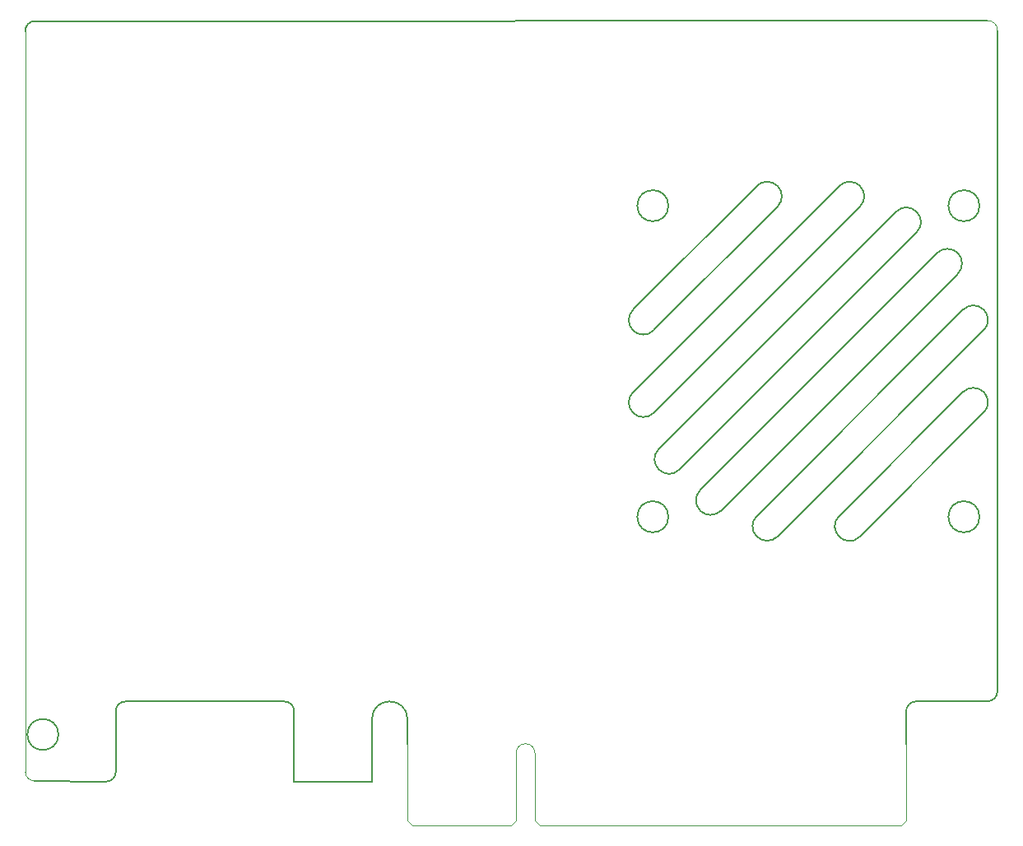
<source format=gm1>
%TF.GenerationSoftware,KiCad,Pcbnew,(5.1.9)-1*%
%TF.CreationDate,2021-05-23T18:39:34+08:00*%
%TF.ProjectId,V1,56312e6b-6963-4616-945f-706362585858,rev?*%
%TF.SameCoordinates,Original*%
%TF.FileFunction,Profile,NP*%
%FSLAX46Y46*%
G04 Gerber Fmt 4.6, Leading zero omitted, Abs format (unit mm)*
G04 Created by KiCad (PCBNEW (5.1.9)-1) date 2021-05-23 18:39:34*
%MOMM*%
%LPD*%
G01*
G04 APERTURE LIST*
%TA.AperFunction,Profile*%
%ADD10C,0.100000*%
%TD*%
%TA.AperFunction,Profile*%
%ADD11C,0.203200*%
%TD*%
%TA.AperFunction,Profile*%
%ADD12C,0.050000*%
%TD*%
%TA.AperFunction,Profile*%
%ADD13C,0.200000*%
%TD*%
G04 APERTURE END LIST*
D10*
X94650000Y-129427955D02*
G75*
G02*
X93700001Y-128549999I0J952955D01*
G01*
X192673805Y-51225096D02*
G75*
G02*
X193699999Y-52249999I76195J-949904D01*
G01*
D11*
X184299987Y-122299478D02*
G75*
G02*
X185350000Y-121250000I1025013J24478D01*
G01*
D12*
X93700000Y-128550000D02*
X93700000Y-52350000D01*
D13*
X133000000Y-123075000D02*
X133000000Y-125600000D01*
X133000000Y-123075000D02*
G75*
G03*
X129350000Y-123075000I-1825000J0D01*
G01*
X129350000Y-129500000D02*
X129350000Y-123075000D01*
X121350000Y-129500000D02*
X129350000Y-129500000D01*
X121350000Y-122250000D02*
X121350000Y-129500000D01*
X120350000Y-121250000D02*
G75*
G02*
X121350000Y-122250000I0J-1000000D01*
G01*
X104000000Y-121250000D02*
X120350000Y-121250000D01*
X103000000Y-122250000D02*
G75*
G02*
X104000000Y-121250000I1000000J0D01*
G01*
X103000000Y-122250000D02*
X103000000Y-128500000D01*
X102000000Y-129500000D02*
G75*
G03*
X103000000Y-128500000I0J1000000D01*
G01*
X94650000Y-129427955D02*
X102000000Y-129500000D01*
X94700000Y-51245012D02*
G75*
G03*
X93700000Y-52350000I0J-1004988D01*
G01*
X94700000Y-51250000D02*
X192675000Y-51225000D01*
X193700000Y-52250000D02*
X193700000Y-120225000D01*
X97100000Y-124650001D02*
G75*
G03*
X97100000Y-124650001I-1600000J0D01*
G01*
X185350000Y-121250000D02*
X192749953Y-121223752D01*
X192749953Y-121223752D02*
G75*
G03*
X193700000Y-120225000I-49953J998752D01*
G01*
X184300000Y-125600000D02*
X184300000Y-122300000D01*
D10*
X184300000Y-133500000D02*
X183800000Y-134000000D01*
X146100000Y-133500000D02*
X146600000Y-134000000D01*
X144200000Y-133500000D02*
X143700000Y-134000000D01*
X133000000Y-133500000D02*
X133500000Y-134000000D01*
X146600000Y-134000000D02*
X183800000Y-134000000D01*
X184300000Y-125600000D02*
X184300000Y-133500000D01*
X133500000Y-134000000D02*
X143700000Y-134000000D01*
X133000000Y-125600000D02*
X133000000Y-133500000D01*
X146100000Y-126550000D02*
X146100000Y-133500000D01*
X144200000Y-126550000D02*
X144200000Y-133500000D01*
X144200000Y-126550000D02*
G75*
G02*
X146100000Y-126550000I950000J0D01*
G01*
D13*
X171077833Y-70330285D02*
X158330285Y-83077833D01*
X156208964Y-80956513D02*
X168956513Y-68208964D01*
X179559191Y-70334207D02*
X158334207Y-91559191D01*
X156212887Y-89437871D02*
X177437871Y-68212887D01*
X177422167Y-102169715D02*
X190169715Y-89422167D01*
X192291036Y-91543487D02*
X179543487Y-104291036D01*
X168940809Y-102165793D02*
X190165793Y-80940809D01*
X192287113Y-83062129D02*
X171062129Y-104287113D01*
X158876835Y-95259204D02*
X183259204Y-70876835D01*
X185380525Y-72998155D02*
X160998155Y-97380525D01*
X187501845Y-75119475D02*
X163119475Y-99501845D01*
X165240796Y-101623165D02*
X189623165Y-77240796D01*
X159850000Y-102250000D02*
G75*
G03*
X159850000Y-102250000I-1600000J0D01*
G01*
X191850000Y-102250000D02*
G75*
G03*
X191850000Y-102250000I-1600000J0D01*
G01*
X159850000Y-70250000D02*
G75*
G03*
X159850000Y-70250000I-1600000J0D01*
G01*
X191850000Y-70250000D02*
G75*
G03*
X191850000Y-70250000I-1600000J0D01*
G01*
X158330284Y-83077833D02*
G75*
G02*
X156208964Y-80956513I-1060660J1060660D01*
G01*
X168956513Y-68208963D02*
G75*
G02*
X171077833Y-70330285I1060660J-1060661D01*
G01*
X158334207Y-91559191D02*
G75*
G02*
X156212887Y-89437871I-1060660J1060660D01*
G01*
X177437871Y-68212887D02*
G75*
G02*
X179559191Y-70334207I1060660J-1060660D01*
G01*
X190169716Y-89422167D02*
G75*
G02*
X192291036Y-91543487I1060660J-1060660D01*
G01*
X179543487Y-104291037D02*
G75*
G02*
X177422167Y-102169715I-1060660J1060661D01*
G01*
X190165793Y-80940809D02*
G75*
G02*
X192287113Y-83062129I1060660J-1060660D01*
G01*
X171062129Y-104287113D02*
G75*
G02*
X168940809Y-102165793I-1060660J1060660D01*
G01*
X183259203Y-70876835D02*
G75*
G02*
X185380525Y-72998155I1060661J-1060660D01*
G01*
X160998155Y-97380524D02*
G75*
G02*
X158876835Y-95259204I-1060660J1060660D01*
G01*
X165240797Y-101623165D02*
G75*
G02*
X163119475Y-99501845I-1060661J1060660D01*
G01*
X187501845Y-75119476D02*
G75*
G02*
X189623165Y-77240796I1060660J-1060660D01*
G01*
M02*

</source>
